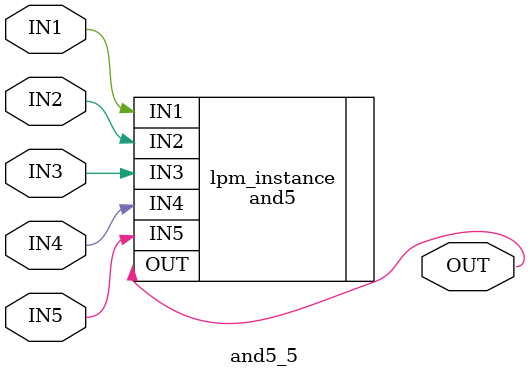
<source format=v>



module and5_5(IN3,IN2,IN1,IN5,IN4,OUT);
input IN3;
input IN2;
input IN1;
input IN5;
input IN4;
output OUT;

and5	lpm_instance(.IN3(IN3),.IN2(IN2),.IN1(IN1),.IN5(IN5),.IN4(IN4),.OUT(OUT));

endmodule

</source>
